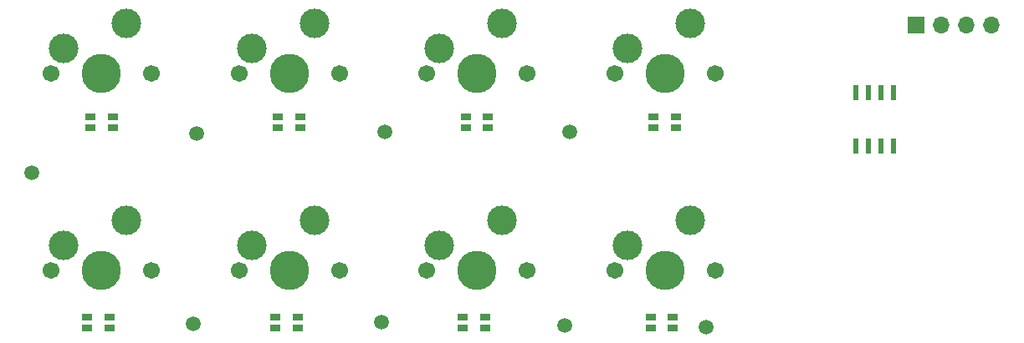
<source format=gbr>
%TF.GenerationSoftware,KiCad,Pcbnew,8.0.2*%
%TF.CreationDate,2024-06-01T03:16:03+02:00*%
%TF.ProjectId,Hellboard,48656c6c-626f-4617-9264-2e6b69636164,rev?*%
%TF.SameCoordinates,Original*%
%TF.FileFunction,Soldermask,Top*%
%TF.FilePolarity,Negative*%
%FSLAX46Y46*%
G04 Gerber Fmt 4.6, Leading zero omitted, Abs format (unit mm)*
G04 Created by KiCad (PCBNEW 8.0.2) date 2024-06-01 03:16:03*
%MOMM*%
%LPD*%
G01*
G04 APERTURE LIST*
%ADD10C,1.500000*%
%ADD11C,1.701800*%
%ADD12C,3.000000*%
%ADD13C,3.987800*%
%ADD14R,1.135000X0.700000*%
%ADD15R,0.558000X1.538199*%
%ADD16R,1.700000X1.700000*%
%ADD17O,1.700000X1.700000*%
G04 APERTURE END LIST*
D10*
%TO.C,TP3*%
X82900000Y-58000000D03*
%TD*%
D11*
%TO.C,D6*%
X68170000Y-72000000D03*
D12*
X69440000Y-69460000D03*
D13*
X73250000Y-72000000D03*
D12*
X75790000Y-66920000D03*
D11*
X78330000Y-72000000D03*
D14*
X74082500Y-77850000D03*
X74082500Y-76750000D03*
X71817500Y-76750000D03*
X71817500Y-77850000D03*
%TD*%
D10*
%TO.C,TP8*%
X101100000Y-77600000D03*
%TD*%
D11*
%TO.C,D8*%
X106170000Y-72000000D03*
D12*
X107440000Y-69460000D03*
D13*
X111250000Y-72000000D03*
D12*
X113790000Y-66920000D03*
D11*
X116330000Y-72000000D03*
D14*
X112082500Y-77850000D03*
X112082500Y-76750000D03*
X109817500Y-76750000D03*
X109817500Y-77850000D03*
%TD*%
D10*
%TO.C,TP6*%
X63500000Y-77400000D03*
%TD*%
D15*
%TO.C,CR1*%
X134400000Y-54010600D03*
X133130000Y-54010600D03*
X131860000Y-54010600D03*
X130590000Y-54010600D03*
X130590000Y-59370000D03*
X131860000Y-59370000D03*
X133130000Y-59370000D03*
X134400000Y-59370000D03*
%TD*%
D10*
%TO.C,TP7*%
X82600000Y-77300000D03*
%TD*%
D11*
%TO.C,D1*%
X106170000Y-52000000D03*
D12*
X107440000Y-49460000D03*
D13*
X111250000Y-52000000D03*
D12*
X113790000Y-46920000D03*
D11*
X116330000Y-52000000D03*
D14*
X110117500Y-56450000D03*
X110117500Y-57550000D03*
X112382500Y-57550000D03*
X112382500Y-56450000D03*
%TD*%
D16*
%TO.C,J1*%
X136700000Y-47100000D03*
D17*
X139240000Y-47100000D03*
X141780000Y-47100000D03*
X144320000Y-47100000D03*
%TD*%
D11*
%TO.C,D2*%
X87170000Y-52000000D03*
D12*
X88440000Y-49460000D03*
D13*
X92250000Y-52000000D03*
D12*
X94790000Y-46920000D03*
D11*
X97330000Y-52000000D03*
D14*
X91117500Y-56450000D03*
X91117500Y-57550000D03*
X93382500Y-57550000D03*
X93382500Y-56450000D03*
%TD*%
D11*
%TO.C,D3*%
X68170000Y-52000000D03*
D12*
X69440000Y-49460000D03*
D13*
X73250000Y-52000000D03*
D12*
X75790000Y-46920000D03*
D11*
X78330000Y-52000000D03*
D14*
X72117500Y-56450000D03*
X72117500Y-57550000D03*
X74382500Y-57550000D03*
X74382500Y-56450000D03*
%TD*%
D10*
%TO.C,TP5*%
X47200000Y-62100000D03*
%TD*%
%TO.C,TP2*%
X101600000Y-58000000D03*
%TD*%
D11*
%TO.C,D7*%
X87170000Y-72000000D03*
D12*
X88440000Y-69460000D03*
D13*
X92250000Y-72000000D03*
D12*
X94790000Y-66920000D03*
D11*
X97330000Y-72000000D03*
D14*
X93082500Y-77850000D03*
X93082500Y-76750000D03*
X90817500Y-76750000D03*
X90817500Y-77850000D03*
%TD*%
D10*
%TO.C,TP9*%
X115400000Y-77800000D03*
%TD*%
D11*
%TO.C,D4*%
X49170000Y-52000000D03*
D12*
X50440000Y-49460000D03*
D13*
X54250000Y-52000000D03*
D12*
X56790000Y-46920000D03*
D11*
X59330000Y-52000000D03*
D14*
X53117500Y-56450000D03*
X53117500Y-57550000D03*
X55382500Y-57550000D03*
X55382500Y-56450000D03*
%TD*%
D11*
%TO.C,D5*%
X49170000Y-72000000D03*
D12*
X50440000Y-69460000D03*
D13*
X54250000Y-72000000D03*
D12*
X56790000Y-66920000D03*
D11*
X59330000Y-72000000D03*
D14*
X55082500Y-77850000D03*
X55082500Y-76750000D03*
X52817500Y-76750000D03*
X52817500Y-77850000D03*
%TD*%
D10*
%TO.C,TP4*%
X63900000Y-58100000D03*
%TD*%
M02*

</source>
